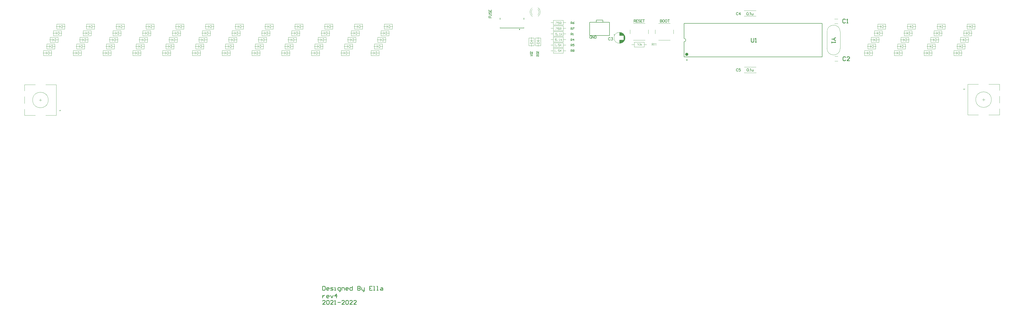
<source format=gbr>
%TF.GenerationSoftware,Altium Limited,Altium Designer,22.1.2 (22)*%
G04 Layer_Color=65535*
%FSLAX26Y26*%
%MOIN*%
%TF.SameCoordinates,6AB8E791-3C66-40CF-9B94-9E67D8B32DB7*%
%TF.FilePolarity,Positive*%
%TF.FileFunction,Legend,Top*%
%TF.Part,Single*%
G01*
G75*
%TA.AperFunction,NonConductor*%
%ADD42C,0.005000*%
%ADD72C,0.004724*%
%ADD73C,0.009842*%
%ADD74C,0.023622*%
%ADD75C,0.007874*%
%ADD76C,0.008000*%
%ADD77C,0.010000*%
%ADD78C,0.005906*%
%ADD79C,0.003937*%
D42*
X9905008Y4105005D02*
Y4134995D01*
X9920003D01*
X9925002Y4129997D01*
Y4120000D01*
X9920003Y4115002D01*
X9905008D01*
X9915005D02*
X9925002Y4105005D01*
X9934998Y4129997D02*
X9939997Y4134995D01*
X9949994D01*
X9954992Y4129997D01*
Y4124998D01*
X9949994Y4120000D01*
X9954992Y4115002D01*
Y4110003D01*
X9949994Y4105005D01*
X9939997D01*
X9934998Y4110003D01*
Y4115002D01*
X9939997Y4120000D01*
X9934998Y4124998D01*
Y4129997D01*
X9939997Y4120000D02*
X9949994D01*
X9905000Y4355000D02*
Y4384990D01*
X9919995D01*
X9924994Y4379992D01*
Y4369995D01*
X9919995Y4364997D01*
X9905000D01*
X9914997D02*
X9924994Y4355000D01*
X9934990D02*
X9944987D01*
X9939989D01*
Y4384990D01*
X9934990Y4379992D01*
X9905000Y4270000D02*
Y4299990D01*
X9919995D01*
X9924994Y4294992D01*
Y4284995D01*
X9919995Y4279997D01*
X9905000D01*
X9914997D02*
X9924994Y4270000D01*
X9949986D02*
Y4299990D01*
X9934990Y4284995D01*
X9954984D01*
X9905000Y4190000D02*
Y4219990D01*
X9919995D01*
X9924994Y4214992D01*
Y4204995D01*
X9919995Y4199997D01*
X9905000D01*
X9914997D02*
X9924994Y4190000D01*
X9954984Y4219990D02*
X9934990D01*
Y4204995D01*
X9944987Y4209993D01*
X9949986D01*
X9954984Y4204995D01*
Y4194998D01*
X9949986Y4190000D01*
X9939989D01*
X9934990Y4194998D01*
X9905000Y4525000D02*
Y4554990D01*
X9919995D01*
X9924993Y4549992D01*
Y4539995D01*
X9919995Y4534997D01*
X9905000D01*
X9914997D02*
X9924993Y4525000D01*
X9954984Y4554990D02*
X9944987Y4549992D01*
X9934990Y4539995D01*
Y4529998D01*
X9939989Y4525000D01*
X9949985D01*
X9954984Y4529998D01*
Y4534997D01*
X9949985Y4539995D01*
X9934990D01*
X9905000Y4440000D02*
Y4469990D01*
X9919995D01*
X9924994Y4464992D01*
Y4454995D01*
X9919995Y4449997D01*
X9905000D01*
X9914997D02*
X9924994Y4440000D01*
X9934990Y4469990D02*
X9954984D01*
Y4464992D01*
X9934990Y4444999D01*
Y4440000D01*
D72*
X2008110Y3374528D02*
G03*
X2008110Y3374528I-118110J0D01*
G01*
X16259520Y3380426D02*
G03*
X16259520Y3380426I-118110J0D01*
G01*
X13775591Y4155079D02*
G03*
X13974409Y4155079I99409J0D01*
G01*
Y4407047D02*
G03*
X13775591Y4407047I-99409J0D01*
G01*
X9413642Y4643583D02*
G03*
X9407465Y4770840I-48642J61417D01*
G01*
X9407520Y4664017D02*
G03*
X9407513Y4745989I-42520J40983D01*
G01*
X9322487D02*
G03*
X9322480Y4664017I42513J-40989D01*
G01*
X9322535Y4770840D02*
G03*
X9316358Y4643583I42465J-65840D01*
G01*
X10723936Y4315000D02*
G03*
X10723936Y4315000I-83465J0D01*
G01*
X7076496Y4485394D02*
X7126890D01*
X7086732Y4524370D02*
X7204450Y4523976D01*
X7086732Y4445630D02*
Y4524370D01*
X7087126Y4445630D02*
X7204056D01*
X7204450D02*
Y4523976D01*
X7131614Y4485000D02*
X7167442Y4464134D01*
X7168622D02*
Y4506654D01*
X7127284Y4464134D02*
Y4506654D01*
X7131220Y4485394D02*
X7168622Y4506654D01*
Y4485394D02*
X7212716D01*
X1649842Y3142244D02*
X1811260Y3142244D01*
X1649843Y3606811D02*
X1811260Y3606811D01*
X1968740D02*
X2130158Y3606811D01*
X1968740Y3142244D02*
X2130157D01*
X2130158Y3606811D01*
X2185276Y3224921D02*
X2197087Y3213110D01*
X2173465D02*
X2197087D01*
X2173465D02*
X2185276Y3224921D01*
X1649842Y3142244D02*
X1649843Y3236732D01*
X1649842Y3323346D02*
X1649843Y3425709D01*
X1649842Y3512323D02*
X1649843Y3606811D01*
X1890000Y3394213D02*
X1890000Y3354843D01*
X1870315Y3374528D02*
X1909685D01*
X16381569Y3148142D02*
Y3242630D01*
X16220150Y3148142D02*
X16381569D01*
X16121725Y3380426D02*
X16161097D01*
X16381569Y3329244D02*
Y3431606D01*
X16141411Y3360740D02*
Y3400110D01*
X15901252Y3148142D02*
X16062670D01*
X16381569Y3518220D02*
Y3612710D01*
X16220150D02*
X16381569D01*
X15901252Y3148142D02*
Y3612710D01*
X15834324Y3541842D02*
X15846134Y3530032D01*
X15901252Y3612710D02*
X16062670D01*
X15846134Y3530032D02*
X15857946Y3541842D01*
X15834324D02*
X15857946D01*
X13775590Y4155078D02*
Y4407048D01*
X13974410Y4155078D02*
Y4407048D01*
X15891732Y4524370D02*
X16009447Y4523976D01*
X15973622Y4485394D02*
X16017715D01*
X15936220D02*
X15973622Y4506654D01*
X15932284Y4464134D02*
Y4506654D01*
X15973622Y4464134D02*
Y4506654D01*
X15936614Y4485000D02*
X15972440Y4464134D01*
X16009447Y4445630D02*
Y4523976D01*
X15892126Y4445630D02*
X16009056D01*
X15881496Y4485394D02*
X15931890D01*
X15891732Y4445630D02*
Y4524370D01*
X15291732Y4224370D02*
X15409448Y4223976D01*
X15373622Y4185394D02*
X15417716D01*
X15336220D02*
X15373622Y4206654D01*
X15332284Y4164134D02*
Y4206654D01*
X15373622Y4164134D02*
Y4206654D01*
X15336614Y4185000D02*
X15372442Y4164134D01*
X15409448Y4145630D02*
Y4223976D01*
X15292126Y4145630D02*
X15409056D01*
X15281496Y4185394D02*
X15331890D01*
X15291732Y4145630D02*
Y4224370D01*
X15241732Y4124370D02*
X15359448Y4123976D01*
X15323622Y4085394D02*
X15367716D01*
X15286220D02*
X15323622Y4106654D01*
X15282284Y4064134D02*
Y4106654D01*
X15323622Y4064134D02*
Y4106654D01*
X15286614Y4085000D02*
X15322442Y4064134D01*
X15359448Y4045630D02*
Y4123976D01*
X15242126Y4045630D02*
X15359056D01*
X15231496Y4085394D02*
X15281890D01*
X15241732Y4045630D02*
Y4124370D01*
X14991732Y4524370D02*
X15109448Y4523976D01*
X15073622Y4485394D02*
X15117716D01*
X15036220D02*
X15073622Y4506654D01*
X15032284Y4464134D02*
Y4506654D01*
X15073622Y4464134D02*
Y4506654D01*
X15036614Y4485000D02*
X15072442Y4464134D01*
X15109448Y4445630D02*
Y4523976D01*
X14992126Y4445630D02*
X15109056D01*
X14981496Y4485394D02*
X15031890D01*
X14991732Y4445630D02*
Y4524370D01*
X14941732Y4424370D02*
X15059448Y4423976D01*
X15023622Y4385394D02*
X15067716D01*
X14986220D02*
X15023622Y4406654D01*
X14982284Y4364134D02*
Y4406654D01*
X15023622Y4364134D02*
Y4406654D01*
X14986614Y4385000D02*
X15022442Y4364134D01*
X15059448Y4345630D02*
Y4423976D01*
X14942126Y4345630D02*
X15059056D01*
X14931496Y4385394D02*
X14981890D01*
X14941732Y4345630D02*
Y4424370D01*
X14891732Y4324370D02*
X15009448Y4323976D01*
X14973622Y4285394D02*
X15017716D01*
X14936220D02*
X14973622Y4306654D01*
X14932284Y4264134D02*
Y4306654D01*
X14973622Y4264134D02*
Y4306654D01*
X14936614Y4285000D02*
X14972440Y4264134D01*
X15009448Y4245630D02*
Y4323976D01*
X14892126Y4245630D02*
X15009056D01*
X14881496Y4285394D02*
X14931890D01*
X14891732Y4245630D02*
Y4324370D01*
X7118622Y4385394D02*
X7162716D01*
X7081220D02*
X7118622Y4406654D01*
X7077284Y4364134D02*
Y4406654D01*
X7118622Y4364134D02*
Y4406654D01*
X7081614Y4385000D02*
X7117442Y4364134D01*
X7154450Y4345630D02*
Y4423976D01*
X7037126Y4345630D02*
X7154056D01*
X7036732D02*
Y4424370D01*
X7154450Y4423976D01*
X7026496Y4385394D02*
X7076890D01*
X6718622Y4485394D02*
X6762716D01*
X6681220D02*
X6718622Y4506654D01*
X6677284Y4464134D02*
Y4506654D01*
X6718622Y4464134D02*
Y4506654D01*
X6681614Y4485000D02*
X6717442Y4464134D01*
X6754450Y4445630D02*
Y4523976D01*
X6637126Y4445630D02*
X6754056D01*
X6636732D02*
Y4524370D01*
X6754450Y4523976D01*
X6626496Y4485394D02*
X6676890D01*
X4268622Y4085394D02*
X4312716D01*
X4231220D02*
X4268622Y4106654D01*
X4227284Y4064134D02*
Y4106654D01*
X4268622Y4064134D02*
Y4106654D01*
X4231614Y4085000D02*
X4267442Y4064134D01*
X4304450Y4045630D02*
Y4123976D01*
X4187126Y4045630D02*
X4304056D01*
X4186732D02*
Y4124370D01*
X4304450Y4123976D01*
X4176496Y4085394D02*
X4226890D01*
X2568622Y4285394D02*
X2612716D01*
X2531220D02*
X2568622Y4306654D01*
X2527284Y4264134D02*
Y4306654D01*
X2568622Y4264134D02*
Y4306654D01*
X2531614Y4285000D02*
X2567442Y4264134D01*
X2604448Y4245630D02*
Y4323976D01*
X2487126Y4245630D02*
X2604056D01*
X2486732D02*
Y4324370D01*
X2604448Y4323976D01*
X2476496Y4285394D02*
X2526890D01*
X2518622Y4185394D02*
X2562716D01*
X2481220D02*
X2518622Y4206654D01*
X2477284Y4164134D02*
Y4206654D01*
X2518622Y4164134D02*
Y4206654D01*
X2481614Y4185000D02*
X2517442Y4164134D01*
X2554450Y4145630D02*
Y4223976D01*
X2437126Y4145630D02*
X2554056D01*
X2436732D02*
Y4224370D01*
X2554450Y4223976D01*
X2426496Y4185394D02*
X2476890D01*
X2468622Y4085394D02*
X2512716D01*
X2431220D02*
X2468622Y4106654D01*
X2427284Y4064134D02*
Y4106654D01*
X2468622Y4064134D02*
Y4106654D01*
X2431614Y4085000D02*
X2467442Y4064134D01*
X2504450Y4045630D02*
Y4123976D01*
X2387126Y4045630D02*
X2504056D01*
X2386732D02*
Y4124370D01*
X2504450Y4123976D01*
X2376496Y4085394D02*
X2426890D01*
X2218622Y4485394D02*
X2262716D01*
X2181220D02*
X2218622Y4506654D01*
X2177284Y4464134D02*
Y4506654D01*
X2218622Y4464134D02*
Y4506654D01*
X2181614Y4485000D02*
X2217442Y4464134D01*
X2254450Y4445630D02*
Y4523976D01*
X2137126Y4445630D02*
X2254056D01*
X2136732D02*
Y4524370D01*
X2254450Y4523976D01*
X2126496Y4485394D02*
X2176890D01*
X15423622Y4285394D02*
X15467716D01*
X15386220D02*
X15423622Y4306654D01*
X15382284Y4264134D02*
Y4306654D01*
X15423622Y4264134D02*
Y4306654D01*
X15386614Y4285000D02*
X15422440Y4264134D01*
X15459448Y4245630D02*
Y4323976D01*
X15342126Y4245630D02*
X15459056D01*
X15341732D02*
Y4324370D01*
X15459448Y4323976D01*
X15331496Y4285394D02*
X15381890D01*
X14923622Y4185394D02*
X14967716D01*
X14886220D02*
X14923622Y4206654D01*
X14882284Y4164134D02*
Y4206654D01*
X14923622Y4164134D02*
Y4206654D01*
X14886614Y4185000D02*
X14922440Y4164134D01*
X14959448Y4145630D02*
Y4223976D01*
X14842126Y4145630D02*
X14959056D01*
X14841732D02*
Y4224370D01*
X14959448Y4223976D01*
X14831496Y4185394D02*
X14881890D01*
X6518622Y4085394D02*
X6562716D01*
X6481220D02*
X6518622Y4106654D01*
X6477284Y4064134D02*
Y4106654D01*
X6518622Y4064134D02*
Y4106654D01*
X6481614Y4085000D02*
X6517442Y4064134D01*
X6554450Y4045630D02*
Y4123976D01*
X6437126Y4045630D02*
X6554056D01*
X6436732D02*
Y4124370D01*
X6554450Y4123976D01*
X6426496Y4085394D02*
X6476890D01*
X6118622Y4185394D02*
X6162716D01*
X6081220D02*
X6118622Y4206654D01*
X6077284Y4164134D02*
Y4206654D01*
X6118622Y4164134D02*
Y4206654D01*
X6081614Y4185000D02*
X6117442Y4164134D01*
X6154450Y4145630D02*
Y4223976D01*
X6037126Y4145630D02*
X6154056D01*
X6036732D02*
Y4224370D01*
X6154450Y4223976D01*
X6026496Y4185394D02*
X6076890D01*
X5718622Y4285394D02*
X5762716D01*
X5681220D02*
X5718622Y4306654D01*
X5677284Y4264134D02*
Y4306654D01*
X5718622Y4264134D02*
Y4306654D01*
X5681614Y4285000D02*
X5717442Y4264134D01*
X5754450Y4245630D02*
Y4323976D01*
X5637126Y4245630D02*
X5754056D01*
X5636732D02*
Y4324370D01*
X5754450Y4323976D01*
X5626496Y4285394D02*
X5676890D01*
X5318622Y4385394D02*
X5362716D01*
X5281220D02*
X5318622Y4406654D01*
X5277284Y4364134D02*
Y4406654D01*
X5318622Y4364134D02*
Y4406654D01*
X5281614Y4385000D02*
X5317442Y4364134D01*
X5354450Y4345630D02*
Y4423976D01*
X5237126Y4345630D02*
X5354056D01*
X5236732D02*
Y4424370D01*
X5354450Y4423976D01*
X5226496Y4385394D02*
X5276890D01*
X4918622Y4485394D02*
X4962716D01*
X4881220D02*
X4918622Y4506654D01*
X4877284Y4464134D02*
Y4506654D01*
X4918622Y4464134D02*
Y4506654D01*
X4881614Y4485000D02*
X4917442Y4464134D01*
X4954450Y4445630D02*
Y4523976D01*
X4837126Y4445630D02*
X4954056D01*
X4836732D02*
Y4524370D01*
X4954450Y4523976D01*
X4826496Y4485394D02*
X4876890D01*
X4718622Y4085394D02*
X4762716D01*
X4681220D02*
X4718622Y4106654D01*
X4677284Y4064134D02*
Y4106654D01*
X4718622Y4064134D02*
Y4106654D01*
X4681614Y4085000D02*
X4717442Y4064134D01*
X4754450Y4045630D02*
Y4123976D01*
X4637126Y4045630D02*
X4754056D01*
X4636732D02*
Y4124370D01*
X4754450Y4123976D01*
X4626496Y4085394D02*
X4676890D01*
X4318622Y4185394D02*
X4362716D01*
X4281220D02*
X4318622Y4206654D01*
X4277284Y4164134D02*
Y4206654D01*
X4318622Y4164134D02*
Y4206654D01*
X4281614Y4185000D02*
X4317442Y4164134D01*
X4354450Y4145630D02*
Y4223976D01*
X4237126Y4145630D02*
X4354056D01*
X4236732D02*
Y4224370D01*
X4354450Y4223976D01*
X4226496Y4185394D02*
X4276890D01*
X3868622D02*
X3912716D01*
X3831220D02*
X3868622Y4206654D01*
X3827284Y4164134D02*
Y4206654D01*
X3868622Y4164134D02*
Y4206654D01*
X3831614Y4185000D02*
X3867442Y4164134D01*
X3904450Y4145630D02*
Y4223976D01*
X3787126Y4145630D02*
X3904056D01*
X3786732D02*
Y4224370D01*
X3904450Y4223976D01*
X3776496Y4185394D02*
X3826890D01*
X3468622Y4285394D02*
X3512716D01*
X3431220D02*
X3468622Y4306654D01*
X3427284Y4264134D02*
Y4306654D01*
X3468622Y4264134D02*
Y4306654D01*
X3431614Y4285000D02*
X3467442Y4264134D01*
X3504450Y4245630D02*
Y4323976D01*
X3387126Y4245630D02*
X3504056D01*
X3386732D02*
Y4324370D01*
X3504450Y4323976D01*
X3376496Y4285394D02*
X3426890D01*
X3068622Y4385394D02*
X3112716D01*
X3031220D02*
X3068622Y4406654D01*
X3027284Y4364134D02*
Y4406654D01*
X3068622Y4364134D02*
Y4406654D01*
X3031614Y4385000D02*
X3067442Y4364134D01*
X3104448Y4345630D02*
Y4423976D01*
X2987126Y4345630D02*
X3104056D01*
X2986732D02*
Y4424370D01*
X3104448Y4423976D01*
X2976496Y4385394D02*
X3026890D01*
X2668622Y4485394D02*
X2712716D01*
X2631220D02*
X2668622Y4506654D01*
X2627284Y4464134D02*
Y4506654D01*
X2668622Y4464134D02*
Y4506654D01*
X2631614Y4485000D02*
X2667442Y4464134D01*
X2704450Y4445630D02*
Y4523976D01*
X2587126Y4445630D02*
X2704056D01*
X2586732D02*
Y4524370D01*
X2704450Y4523976D01*
X2576496Y4485394D02*
X2626890D01*
X2618622Y4385394D02*
X2662716D01*
X2581220D02*
X2618622Y4406654D01*
X2577284Y4364134D02*
Y4406654D01*
X2618622Y4364134D02*
Y4406654D01*
X2581614Y4385000D02*
X2617442Y4364134D01*
X2654448Y4345630D02*
Y4423976D01*
X2537126Y4345630D02*
X2654056D01*
X2536732D02*
Y4424370D01*
X2654448Y4423976D01*
X2526496Y4385394D02*
X2576890D01*
X2168622D02*
X2212716D01*
X2131220D02*
X2168622Y4406654D01*
X2127284Y4364134D02*
Y4406654D01*
X2168622Y4364134D02*
Y4406654D01*
X2131614Y4385000D02*
X2167442Y4364134D01*
X2204450Y4345630D02*
Y4423976D01*
X2087126Y4345630D02*
X2204056D01*
X2086732D02*
Y4424370D01*
X2204450Y4423976D01*
X2076496Y4385394D02*
X2126890D01*
X14791732Y4124370D02*
X14909448Y4123976D01*
X14873622Y4085394D02*
X14917716D01*
X14836220D02*
X14873622Y4106654D01*
X14832284Y4064134D02*
Y4106654D01*
X14873622Y4064134D02*
Y4106654D01*
X14836614Y4085000D02*
X14872442Y4064134D01*
X14909448Y4045630D02*
Y4123976D01*
X14792126Y4045630D02*
X14909056D01*
X14781496Y4085394D02*
X14831890D01*
X14791732Y4045630D02*
Y4124370D01*
X6968622Y4085394D02*
X7012716D01*
X6931220D02*
X6968622Y4106654D01*
X6927284Y4064134D02*
Y4106654D01*
X6968622Y4064134D02*
Y4106654D01*
X6931614Y4085000D02*
X6967442Y4064134D01*
X7004448Y4045630D02*
Y4123976D01*
X6887126Y4045630D02*
X7004056D01*
X6886732D02*
Y4124370D01*
X7004448Y4123976D01*
X6876496Y4085394D02*
X6926890D01*
X6568622Y4185394D02*
X6612716D01*
X6531220D02*
X6568622Y4206654D01*
X6527284Y4164134D02*
Y4206654D01*
X6568622Y4164134D02*
Y4206654D01*
X6531614Y4185000D02*
X6567442Y4164134D01*
X6604450Y4145630D02*
Y4223976D01*
X6487126Y4145630D02*
X6604056D01*
X6486732D02*
Y4224370D01*
X6604450Y4223976D01*
X6476496Y4185394D02*
X6526890D01*
X6168622Y4285394D02*
X6212716D01*
X6131220D02*
X6168622Y4306654D01*
X6127284Y4264134D02*
Y4306654D01*
X6168622Y4264134D02*
Y4306654D01*
X6131614Y4285000D02*
X6167442Y4264134D01*
X6204450Y4245630D02*
Y4323976D01*
X6087126Y4245630D02*
X6204056D01*
X6086732D02*
Y4324370D01*
X6204450Y4323976D01*
X6076496Y4285394D02*
X6126890D01*
X5768622Y4385394D02*
X5812716D01*
X5731220D02*
X5768622Y4406654D01*
X5727284Y4364134D02*
Y4406654D01*
X5768622Y4364134D02*
Y4406654D01*
X5731614Y4385000D02*
X5767442Y4364134D01*
X5804448Y4345630D02*
Y4423976D01*
X5687126Y4345630D02*
X5804056D01*
X5686732D02*
Y4424370D01*
X5804448Y4423976D01*
X5676496Y4385394D02*
X5726890D01*
X5368622Y4485394D02*
X5412716D01*
X5331220D02*
X5368622Y4506654D01*
X5327284Y4464134D02*
Y4506654D01*
X5368622Y4464134D02*
Y4506654D01*
X5331614Y4485000D02*
X5367442Y4464134D01*
X5404450Y4445630D02*
Y4523976D01*
X5287126Y4445630D02*
X5404056D01*
X5286732D02*
Y4524370D01*
X5404450Y4523976D01*
X5276496Y4485394D02*
X5326890D01*
X5168622Y4085394D02*
X5212716D01*
X5131220D02*
X5168622Y4106654D01*
X5127284Y4064134D02*
Y4106654D01*
X5168622Y4064134D02*
Y4106654D01*
X5131614Y4085000D02*
X5167442Y4064134D01*
X5204450Y4045630D02*
Y4123976D01*
X5087126Y4045630D02*
X5204056D01*
X5086732D02*
Y4124370D01*
X5204450Y4123976D01*
X5076496Y4085394D02*
X5126890D01*
X4768622Y4185394D02*
X4812716D01*
X4731220D02*
X4768622Y4206654D01*
X4727284Y4164134D02*
Y4206654D01*
X4768622Y4164134D02*
Y4206654D01*
X4731614Y4185000D02*
X4767442Y4164134D01*
X4804450Y4145630D02*
Y4223976D01*
X4687126Y4145630D02*
X4804056D01*
X4686732D02*
Y4224370D01*
X4804450Y4223976D01*
X4676496Y4185394D02*
X4726890D01*
X4368622Y4285394D02*
X4412716D01*
X4331220D02*
X4368622Y4306654D01*
X4327284Y4264134D02*
Y4306654D01*
X4368622Y4264134D02*
Y4306654D01*
X4331614Y4285000D02*
X4367442Y4264134D01*
X4404450Y4245630D02*
Y4323976D01*
X4287126Y4245630D02*
X4404056D01*
X4286732D02*
Y4324370D01*
X4404450Y4323976D01*
X4276496Y4285394D02*
X4326890D01*
X3918622D02*
X3962716D01*
X3881220D02*
X3918622Y4306654D01*
X3877284Y4264134D02*
Y4306654D01*
X3918622Y4264134D02*
Y4306654D01*
X3881614Y4285000D02*
X3917442Y4264134D01*
X3954450Y4245630D02*
Y4323976D01*
X3837126Y4245630D02*
X3954056D01*
X3836732D02*
Y4324370D01*
X3954450Y4323976D01*
X3826496Y4285394D02*
X3876890D01*
X3518622Y4385394D02*
X3562716D01*
X3481220D02*
X3518622Y4406654D01*
X3477284Y4364134D02*
Y4406654D01*
X3518622Y4364134D02*
Y4406654D01*
X3481614Y4385000D02*
X3517442Y4364134D01*
X3554450Y4345630D02*
Y4423976D01*
X3437126Y4345630D02*
X3554056D01*
X3436732D02*
Y4424370D01*
X3554450Y4423976D01*
X3426496Y4385394D02*
X3476890D01*
X3118622Y4485394D02*
X3162716D01*
X3081220D02*
X3118622Y4506654D01*
X3077284Y4464134D02*
Y4506654D01*
X3118622Y4464134D02*
Y4506654D01*
X3081614Y4485000D02*
X3117442Y4464134D01*
X3154450Y4445630D02*
Y4523976D01*
X3037126Y4445630D02*
X3154056D01*
X3036732D02*
Y4524370D01*
X3154450Y4523976D01*
X3026496Y4485394D02*
X3076890D01*
X2918622Y4085394D02*
X2962716D01*
X2881220D02*
X2918622Y4106654D01*
X2877284Y4064134D02*
Y4106654D01*
X2918622Y4064134D02*
Y4106654D01*
X2881614Y4085000D02*
X2917442Y4064134D01*
X2954450Y4045630D02*
Y4123976D01*
X2837126Y4045630D02*
X2954056D01*
X2836732D02*
Y4124370D01*
X2954450Y4123976D01*
X2826496Y4085394D02*
X2876890D01*
X2118622Y4285394D02*
X2162716D01*
X2081220D02*
X2118622Y4306654D01*
X2077284Y4264134D02*
Y4306654D01*
X2118622Y4264134D02*
Y4306654D01*
X2081614Y4285000D02*
X2117442Y4264134D01*
X2154450Y4245630D02*
Y4323976D01*
X2037126Y4245630D02*
X2154056D01*
X2036732D02*
Y4324370D01*
X2154450Y4323976D01*
X2026496Y4285394D02*
X2076890D01*
X15691732Y4124370D02*
X15809448Y4123976D01*
X15773622Y4085394D02*
X15817716D01*
X15736220D02*
X15773622Y4106654D01*
X15732284Y4064134D02*
Y4106654D01*
X15773622Y4064134D02*
Y4106654D01*
X15736614Y4085000D02*
X15772442Y4064134D01*
X15809448Y4045630D02*
Y4123976D01*
X15692126Y4045630D02*
X15809056D01*
X15681496Y4085394D02*
X15731890D01*
X15691732Y4045630D02*
Y4124370D01*
X15523622Y4485394D02*
X15567716D01*
X15486220D02*
X15523622Y4506654D01*
X15482284Y4464134D02*
Y4506654D01*
X15523622Y4464134D02*
Y4506654D01*
X15486614Y4485000D02*
X15522442Y4464134D01*
X15559448Y4445630D02*
Y4523976D01*
X15442126Y4445630D02*
X15559056D01*
X15441732D02*
Y4524370D01*
X15559448Y4523976D01*
X15431496Y4485394D02*
X15481890D01*
X15473622Y4385394D02*
X15517716D01*
X15436220D02*
X15473622Y4406654D01*
X15432284Y4364134D02*
Y4406654D01*
X15473622Y4364134D02*
Y4406654D01*
X15436614Y4385000D02*
X15472440Y4364134D01*
X15509448Y4345630D02*
Y4423976D01*
X15392126Y4345630D02*
X15509056D01*
X15391732D02*
Y4424370D01*
X15509448Y4423976D01*
X15381496Y4385394D02*
X15431890D01*
X14623622Y4485394D02*
X14667716D01*
X14586220D02*
X14623622Y4506654D01*
X14582284Y4464134D02*
Y4506654D01*
X14623622Y4464134D02*
Y4506654D01*
X14586614Y4485000D02*
X14622440Y4464134D01*
X14659448Y4445630D02*
Y4523976D01*
X14542126Y4445630D02*
X14659056D01*
X14541732D02*
Y4524370D01*
X14659448Y4523976D01*
X14531496Y4485394D02*
X14581890D01*
X14573622Y4385394D02*
X14617716D01*
X14536220D02*
X14573622Y4406654D01*
X14532284Y4364134D02*
Y4406654D01*
X14573622Y4364134D02*
Y4406654D01*
X14536614Y4385000D02*
X14572440Y4364134D01*
X14609448Y4345630D02*
Y4423976D01*
X14492126Y4345630D02*
X14609056D01*
X14491732D02*
Y4424370D01*
X14609448Y4423976D01*
X14481496Y4385394D02*
X14531890D01*
X7018622Y4185394D02*
X7062716D01*
X6981220D02*
X7018622Y4206654D01*
X6977284Y4164134D02*
Y4206654D01*
X7018622Y4164134D02*
Y4206654D01*
X6981614Y4185000D02*
X7017442Y4164134D01*
X7054450Y4145630D02*
Y4223976D01*
X6937126Y4145630D02*
X7054056D01*
X6936732D02*
Y4224370D01*
X7054450Y4223976D01*
X6926496Y4185394D02*
X6976890D01*
X6618622Y4285394D02*
X6662716D01*
X6581220D02*
X6618622Y4306654D01*
X6577284Y4264134D02*
Y4306654D01*
X6618622Y4264134D02*
Y4306654D01*
X6581614Y4285000D02*
X6617442Y4264134D01*
X6654450Y4245630D02*
Y4323976D01*
X6537126Y4245630D02*
X6654056D01*
X6536732D02*
Y4324370D01*
X6654450Y4323976D01*
X6526496Y4285394D02*
X6576890D01*
X6218622Y4385394D02*
X6262716D01*
X6181220D02*
X6218622Y4406654D01*
X6177284Y4364134D02*
Y4406654D01*
X6218622Y4364134D02*
Y4406654D01*
X6181614Y4385000D02*
X6217442Y4364134D01*
X6254450Y4345630D02*
Y4423976D01*
X6137126Y4345630D02*
X6254056D01*
X6136732D02*
Y4424370D01*
X6254450Y4423976D01*
X6126496Y4385394D02*
X6176890D01*
X5818622Y4485394D02*
X5862716D01*
X5781220D02*
X5818622Y4506654D01*
X5777284Y4464134D02*
Y4506654D01*
X5818622Y4464134D02*
Y4506654D01*
X5781614Y4485000D02*
X5817442Y4464134D01*
X5854450Y4445630D02*
Y4523976D01*
X5737126Y4445630D02*
X5854056D01*
X5736732D02*
Y4524370D01*
X5854450Y4523976D01*
X5726496Y4485394D02*
X5776890D01*
X5618622Y4085394D02*
X5662716D01*
X5581220D02*
X5618622Y4106654D01*
X5577284Y4064134D02*
Y4106654D01*
X5618622Y4064134D02*
Y4106654D01*
X5581614Y4085000D02*
X5617442Y4064134D01*
X5654450Y4045630D02*
Y4123976D01*
X5537126Y4045630D02*
X5654056D01*
X5536732D02*
Y4124370D01*
X5654450Y4123976D01*
X5526496Y4085394D02*
X5576890D01*
X5218622Y4185394D02*
X5262716D01*
X5181220D02*
X5218622Y4206654D01*
X5177284Y4164134D02*
Y4206654D01*
X5218622Y4164134D02*
Y4206654D01*
X5181614Y4185000D02*
X5217442Y4164134D01*
X5254450Y4145630D02*
Y4223976D01*
X5137126Y4145630D02*
X5254056D01*
X5136732D02*
Y4224370D01*
X5254450Y4223976D01*
X5126496Y4185394D02*
X5176890D01*
X4818622Y4285394D02*
X4862716D01*
X4781220D02*
X4818622Y4306654D01*
X4777284Y4264134D02*
Y4306654D01*
X4818622Y4264134D02*
Y4306654D01*
X4781614Y4285000D02*
X4817442Y4264134D01*
X4854450Y4245630D02*
Y4323976D01*
X4737126Y4245630D02*
X4854056D01*
X4736732D02*
Y4324370D01*
X4854450Y4323976D01*
X4726496Y4285394D02*
X4776890D01*
X4418622Y4385394D02*
X4462716D01*
X4381220D02*
X4418622Y4406654D01*
X4377284Y4364134D02*
Y4406654D01*
X4418622Y4364134D02*
Y4406654D01*
X4381614Y4385000D02*
X4417442Y4364134D01*
X4454450Y4345630D02*
Y4423976D01*
X4337126Y4345630D02*
X4454056D01*
X4336732D02*
Y4424370D01*
X4454450Y4423976D01*
X4326496Y4385394D02*
X4376890D01*
X3968622D02*
X4012716D01*
X3931220D02*
X3968622Y4406654D01*
X3927284Y4364134D02*
Y4406654D01*
X3968622Y4364134D02*
Y4406654D01*
X3931614Y4385000D02*
X3967442Y4364134D01*
X4004450Y4345630D02*
Y4423976D01*
X3887126Y4345630D02*
X4004056D01*
X3886732D02*
Y4424370D01*
X4004450Y4423976D01*
X3876496Y4385394D02*
X3926890D01*
X3568622Y4485394D02*
X3612716D01*
X3531220D02*
X3568622Y4506654D01*
X3527284Y4464134D02*
Y4506654D01*
X3568622Y4464134D02*
Y4506654D01*
X3531614Y4485000D02*
X3567442Y4464134D01*
X3604450Y4445630D02*
Y4523976D01*
X3487126Y4445630D02*
X3604056D01*
X3486732D02*
Y4524370D01*
X3604450Y4523976D01*
X3476496Y4485394D02*
X3526890D01*
X3368622Y4085394D02*
X3412716D01*
X3331220D02*
X3368622Y4106654D01*
X3327284Y4064134D02*
Y4106654D01*
X3368622Y4064134D02*
Y4106654D01*
X3331614Y4085000D02*
X3367442Y4064134D01*
X3404450Y4045630D02*
Y4123976D01*
X3287126Y4045630D02*
X3404056D01*
X3286732D02*
Y4124370D01*
X3404450Y4123976D01*
X3276496Y4085394D02*
X3326890D01*
X2968622Y4185394D02*
X3012716D01*
X2931220D02*
X2968622Y4206654D01*
X2927284Y4164134D02*
Y4206654D01*
X2968622Y4164134D02*
Y4206654D01*
X2931614Y4185000D02*
X2967442Y4164134D01*
X3004450Y4145630D02*
Y4223976D01*
X2887126Y4145630D02*
X3004056D01*
X2886732D02*
Y4224370D01*
X3004450Y4223976D01*
X2876496Y4185394D02*
X2926890D01*
X2068622D02*
X2112716D01*
X2031220D02*
X2068622Y4206654D01*
X2027284Y4164134D02*
Y4206654D01*
X2068622Y4164134D02*
Y4206654D01*
X2031614Y4185000D02*
X2067442Y4164134D01*
X2104450Y4145630D02*
Y4223976D01*
X1987126Y4145630D02*
X2104056D01*
X1986732D02*
Y4224370D01*
X2104450Y4223976D01*
X1976496Y4185394D02*
X2026890D01*
X15923622Y4385394D02*
X15967716D01*
X15886220D02*
X15923622Y4406654D01*
X15882284Y4364134D02*
Y4406654D01*
X15923622Y4364134D02*
Y4406654D01*
X15886614Y4385000D02*
X15922440Y4364134D01*
X15959448Y4345630D02*
Y4423976D01*
X15842126Y4345630D02*
X15959056D01*
X15841732D02*
Y4424370D01*
X15959448Y4423976D01*
X15831496Y4385394D02*
X15881890D01*
X15873622Y4285394D02*
X15917716D01*
X15836220D02*
X15873622Y4306654D01*
X15832284Y4264134D02*
Y4306654D01*
X15873622Y4264134D02*
Y4306654D01*
X15836614Y4285000D02*
X15872440Y4264134D01*
X15909448Y4245630D02*
Y4323976D01*
X15792126Y4245630D02*
X15909056D01*
X15791732D02*
Y4324370D01*
X15909448Y4323976D01*
X15781496Y4285394D02*
X15831890D01*
X15823622Y4185394D02*
X15867716D01*
X15786220D02*
X15823622Y4206654D01*
X15782284Y4164134D02*
Y4206654D01*
X15823622Y4164134D02*
Y4206654D01*
X15786614Y4185000D02*
X15822440Y4164134D01*
X15859448Y4145630D02*
Y4223976D01*
X15742126Y4145630D02*
X15859056D01*
X15741732D02*
Y4224370D01*
X15859448Y4223976D01*
X15731496Y4185394D02*
X15781890D01*
X14473622D02*
X14517716D01*
X14436220D02*
X14473622Y4206654D01*
X14432284Y4164134D02*
Y4206654D01*
X14473622Y4164134D02*
Y4206654D01*
X14436614Y4185000D02*
X14472440Y4164134D01*
X14509448Y4145630D02*
Y4223976D01*
X14392126Y4145630D02*
X14509056D01*
X14391732D02*
Y4224370D01*
X14509448Y4223976D01*
X14381496Y4185394D02*
X14431890D01*
X14423622Y4085394D02*
X14467716D01*
X14386220D02*
X14423622Y4106654D01*
X14382284Y4064134D02*
Y4106654D01*
X14423622Y4064134D02*
Y4106654D01*
X14386614Y4085000D02*
X14422440Y4064134D01*
X14459448Y4045630D02*
Y4123976D01*
X14342126Y4045630D02*
X14459056D01*
X14341732D02*
Y4124370D01*
X14459448Y4123976D01*
X14331496Y4085394D02*
X14381890D01*
X14523622Y4285394D02*
X14567716D01*
X14486220D02*
X14523622Y4306654D01*
X14482284Y4264134D02*
Y4306654D01*
X14523622Y4264134D02*
Y4306654D01*
X14486614Y4285000D02*
X14522440Y4264134D01*
X14559448Y4245630D02*
Y4323976D01*
X14442126Y4245630D02*
X14559056D01*
X14441732D02*
Y4324370D01*
X14559448Y4323976D01*
X14431496Y4285394D02*
X14481890D01*
X7068622D02*
X7112716D01*
X7031220D02*
X7068622Y4306654D01*
X7027284Y4264134D02*
Y4306654D01*
X7068622Y4264134D02*
Y4306654D01*
X7031614Y4285000D02*
X7067442Y4264134D01*
X7104450Y4245630D02*
Y4323976D01*
X6987126Y4245630D02*
X7104056D01*
X6986732D02*
Y4324370D01*
X7104450Y4323976D01*
X6976496Y4285394D02*
X7026890D01*
X6668622Y4385394D02*
X6712716D01*
X6631220D02*
X6668622Y4406654D01*
X6627284Y4364134D02*
Y4406654D01*
X6668622Y4364134D02*
Y4406654D01*
X6631614Y4385000D02*
X6667442Y4364134D01*
X6704450Y4345630D02*
Y4423976D01*
X6587126Y4345630D02*
X6704056D01*
X6586732D02*
Y4424370D01*
X6704450Y4423976D01*
X6576496Y4385394D02*
X6626890D01*
X6268622Y4485394D02*
X6312716D01*
X6231220D02*
X6268622Y4506654D01*
X6227284Y4464134D02*
Y4506654D01*
X6268622Y4464134D02*
Y4506654D01*
X6231614Y4485000D02*
X6267442Y4464134D01*
X6304450Y4445630D02*
Y4523976D01*
X6187126Y4445630D02*
X6304056D01*
X6186732D02*
Y4524370D01*
X6304450Y4523976D01*
X6176496Y4485394D02*
X6226890D01*
X6068622Y4085394D02*
X6112716D01*
X6031220D02*
X6068622Y4106654D01*
X6027284Y4064134D02*
Y4106654D01*
X6068622Y4064134D02*
Y4106654D01*
X6031614Y4085000D02*
X6067442Y4064134D01*
X6104450Y4045630D02*
Y4123976D01*
X5987126Y4045630D02*
X6104056D01*
X5986732D02*
Y4124370D01*
X6104450Y4123976D01*
X5976496Y4085394D02*
X6026890D01*
X5668622Y4185394D02*
X5712716D01*
X5631220D02*
X5668622Y4206654D01*
X5627284Y4164134D02*
Y4206654D01*
X5668622Y4164134D02*
Y4206654D01*
X5631614Y4185000D02*
X5667442Y4164134D01*
X5704450Y4145630D02*
Y4223976D01*
X5587126Y4145630D02*
X5704056D01*
X5586732D02*
Y4224370D01*
X5704450Y4223976D01*
X5576496Y4185394D02*
X5626890D01*
X5268622Y4285394D02*
X5312716D01*
X5231220D02*
X5268622Y4306654D01*
X5227284Y4264134D02*
Y4306654D01*
X5268622Y4264134D02*
Y4306654D01*
X5231614Y4285000D02*
X5267442Y4264134D01*
X5304450Y4245630D02*
Y4323976D01*
X5187126Y4245630D02*
X5304056D01*
X5186732D02*
Y4324370D01*
X5304450Y4323976D01*
X5176496Y4285394D02*
X5226890D01*
X4868622Y4385394D02*
X4912716D01*
X4831220D02*
X4868622Y4406654D01*
X4827284Y4364134D02*
Y4406654D01*
X4868622Y4364134D02*
Y4406654D01*
X4831614Y4385000D02*
X4867442Y4364134D01*
X4904450Y4345630D02*
Y4423976D01*
X4787126Y4345630D02*
X4904056D01*
X4786732D02*
Y4424370D01*
X4904450Y4423976D01*
X4776496Y4385394D02*
X4826890D01*
X4468622Y4485394D02*
X4512716D01*
X4431220D02*
X4468622Y4506654D01*
X4427284Y4464134D02*
Y4506654D01*
X4468622Y4464134D02*
Y4506654D01*
X4431614Y4485000D02*
X4467442Y4464134D01*
X4504450Y4445630D02*
Y4523976D01*
X4387126Y4445630D02*
X4504056D01*
X4386732D02*
Y4524370D01*
X4504450Y4523976D01*
X4376496Y4485394D02*
X4426890D01*
X3936732Y4524370D02*
X4054450Y4523976D01*
X4018622Y4485394D02*
X4062716D01*
X3981220D02*
X4018622Y4506654D01*
X3977284Y4464134D02*
Y4506654D01*
X4018622Y4464134D02*
Y4506654D01*
X3981614Y4485000D02*
X4017442Y4464134D01*
X4054450Y4445630D02*
Y4523976D01*
X3937126Y4445630D02*
X4054056D01*
X3926496Y4485394D02*
X3976890D01*
X3936732Y4445630D02*
Y4524370D01*
X3818622Y4085394D02*
X3862716D01*
X3781220D02*
X3818622Y4106654D01*
X3777284Y4064134D02*
Y4106654D01*
X3818622Y4064134D02*
Y4106654D01*
X3781614Y4085000D02*
X3817442Y4064134D01*
X3854450Y4045630D02*
Y4123976D01*
X3737126Y4045630D02*
X3854056D01*
X3736732D02*
Y4124370D01*
X3854450Y4123976D01*
X3726496Y4085394D02*
X3776890D01*
X3418622Y4185394D02*
X3462716D01*
X3381220D02*
X3418622Y4206654D01*
X3377284Y4164134D02*
Y4206654D01*
X3418622Y4164134D02*
Y4206654D01*
X3381614Y4185000D02*
X3417442Y4164134D01*
X3454450Y4145630D02*
Y4223976D01*
X3337126Y4145630D02*
X3454056D01*
X3336732D02*
Y4224370D01*
X3454450Y4223976D01*
X3326496Y4185394D02*
X3376890D01*
X3018622Y4285394D02*
X3062716D01*
X2981220D02*
X3018622Y4306654D01*
X2977284Y4264134D02*
Y4306654D01*
X3018622Y4264134D02*
Y4306654D01*
X2981614Y4285000D02*
X3017442Y4264134D01*
X3054448Y4245630D02*
Y4323976D01*
X2937126Y4245630D02*
X3054056D01*
X2936732D02*
Y4324370D01*
X3054448Y4323976D01*
X2926496Y4285394D02*
X2976890D01*
X2018622Y4085394D02*
X2062716D01*
X1981220D02*
X2018622Y4106654D01*
X1977284Y4064134D02*
Y4106654D01*
X2018622Y4064134D02*
Y4106654D01*
X1981614Y4085000D02*
X2017442Y4064134D01*
X2054448Y4045630D02*
Y4123976D01*
X1937126Y4045630D02*
X2054056D01*
X1936732D02*
Y4124370D01*
X2054448Y4123976D01*
X1926496Y4085394D02*
X1976890D01*
X9790590Y4120000D02*
X9827992D01*
X9790590Y4083780D02*
Y4156220D01*
X9639410D02*
X9790590D01*
X9602008Y4120000D02*
X9639410D01*
Y4083780D02*
X9790590D01*
X9639410D02*
Y4156220D01*
X9407520Y4643582D02*
X9413662D01*
X9316338D02*
X9322480D01*
X13889448Y4601220D02*
X13938976Y4601220D01*
X13889448Y4528780D02*
X13938976Y4528780D01*
X13891024Y4036220D02*
X13940552D01*
X13891024Y3963780D02*
X13940552Y3963780D01*
X12700944Y4726536D02*
Y4727126D01*
Y4642874D02*
Y4643464D01*
X12522204Y4727126D02*
X12700944D01*
X12522204Y4726536D02*
Y4727126D01*
Y4642874D02*
X12700944D01*
X12522204D02*
Y4643464D01*
X12702796Y3871536D02*
Y3872126D01*
Y3787874D02*
Y3788464D01*
X12524056Y3872126D02*
X12702796D01*
X12524056Y3871536D02*
Y3872126D01*
Y3787874D02*
X12702796D01*
X12524056D02*
Y3788464D01*
X9790590Y4375000D02*
X9827992D01*
X9790590Y4338780D02*
Y4411220D01*
X9639410D02*
X9790590D01*
X9602008Y4375000D02*
X9639410D01*
Y4338780D02*
X9790590D01*
X9639410D02*
Y4411220D01*
X9790590Y4290000D02*
X9827992D01*
X9790590Y4253780D02*
X9790590Y4326220D01*
X9639410D02*
X9790590D01*
X9602008Y4290000D02*
X9639410Y4290000D01*
Y4253780D02*
X9790590D01*
X9639410D02*
X9639410Y4326220D01*
X9790590Y4205000D02*
X9827992D01*
X9790590Y4168780D02*
Y4241220D01*
X9639410D02*
X9790590D01*
X9602008Y4205000D02*
X9639410D01*
Y4168780D02*
X9790590D01*
X9639410D02*
Y4241220D01*
X9790590Y4545000D02*
X9827992D01*
X9790590Y4508780D02*
Y4581220D01*
X9639410D02*
X9790590D01*
X9602008Y4545000D02*
X9639410D01*
Y4508780D02*
X9790590D01*
X9639410D02*
Y4581220D01*
X9790590Y4460000D02*
X9827992D01*
X9790590Y4496220D02*
X9790590Y4423780D01*
X9639410Y4496220D02*
X9790590D01*
X9602008Y4460000D02*
X9639410Y4460000D01*
Y4423780D02*
X9790590D01*
X9639410Y4496220D02*
X9639410Y4423780D01*
X11012590Y4214000D02*
X11049992D01*
X11012590Y4177780D02*
Y4250220D01*
X10861410D02*
X11012590D01*
X10824008Y4214000D02*
X10861410D01*
Y4177780D02*
X11012590D01*
X10861410D02*
Y4250220D01*
X11074842Y4376890D02*
Y4435944D01*
X10848464Y4534370D02*
X11025630D01*
X10848464Y4278464D02*
X11025630D01*
X10799252Y4376890D02*
Y4435944D01*
X11455748Y4376891D02*
Y4435944D01*
X11229370Y4534370D02*
X11406536D01*
X11229370Y4278465D02*
X11406536D01*
X11180158Y4376891D02*
Y4435944D01*
X9310394Y4268780D02*
X9331654Y4231378D01*
X9289134Y4272716D02*
X9331654D01*
X9310394Y4273110D02*
Y4323504D01*
X9289134Y4231378D02*
X9331654D01*
X9289134Y4232560D02*
X9310000Y4268386D01*
X9348976Y4195552D02*
X9349370Y4313268D01*
X9310394Y4187284D02*
Y4231378D01*
X9270630Y4313268D02*
X9349370D01*
X9270630Y4195552D02*
X9348976D01*
X9270630Y4195944D02*
Y4312874D01*
X9410394Y4268780D02*
X9431654Y4231378D01*
X9389134D02*
X9431654D01*
X9410394Y4273110D02*
X9410394Y4323504D01*
X9389134Y4232560D02*
X9410000Y4268386D01*
X9389134Y4272716D02*
X9431654Y4272716D01*
X9448976Y4195552D02*
X9449370Y4313268D01*
X9410394Y4187284D02*
Y4231378D01*
X9370630Y4313268D02*
X9449370D01*
X9370630Y4195552D02*
X9448976D01*
X9370630Y4195944D02*
Y4312874D01*
X10700354Y4348070D02*
Y4371614D01*
X10698778Y4348070D02*
Y4373190D01*
X10712952Y4275118D02*
Y4354882D01*
X10701928Y4348070D02*
Y4369960D01*
X10695630Y4348070D02*
Y4376102D01*
X10694054Y4348070D02*
Y4377480D01*
X10697204Y4348070D02*
Y4374686D01*
X10722400Y4300434D02*
Y4329566D01*
X10720826Y4293858D02*
Y4336142D01*
X10719252Y4288858D02*
Y4341142D01*
X10717676Y4284764D02*
Y4345236D01*
X10716102Y4281182D02*
Y4348818D01*
X10714526Y4277992D02*
Y4352008D01*
X10679882Y4348070D02*
Y4387048D01*
X10678306Y4348070D02*
Y4387874D01*
X10683030Y4348070D02*
Y4385276D01*
X10681456Y4348070D02*
Y4386182D01*
X10675156Y4348070D02*
Y4389370D01*
X10673582Y4348070D02*
Y4390078D01*
X10676732Y4348070D02*
Y4388622D01*
X10690904Y4348070D02*
Y4379960D01*
X10689330Y4348070D02*
Y4381142D01*
X10692480Y4348070D02*
Y4378740D01*
X10686180Y4383308D02*
X10686180Y4348070D01*
X10684606D02*
Y4384292D01*
X10687756Y4348070D02*
Y4382244D01*
X10711378Y4272480D02*
Y4357520D01*
X10709802Y4270040D02*
Y4359960D01*
X10708228Y4267756D02*
Y4362244D01*
X10706652Y4265630D02*
Y4364370D01*
X10705078Y4263662D02*
Y4366338D01*
X10703504Y4261812D02*
Y4368190D01*
X10692480Y4251260D02*
Y4281930D01*
X10701928Y4260040D02*
Y4281930D01*
X10700354Y4258386D02*
Y4281930D01*
X10698778Y4256812D02*
Y4281930D01*
X10697204Y4255316D02*
Y4281930D01*
X10695630Y4253898D02*
Y4281930D01*
X10694054Y4252520D02*
Y4281930D01*
X10681456Y4243818D02*
Y4281930D01*
X10679882Y4242952D02*
Y4281930D01*
X10678306Y4242126D02*
Y4281930D01*
X10676732Y4241378D02*
Y4281930D01*
X10675156Y4240630D02*
Y4281930D01*
X10673582Y4239922D02*
Y4281930D01*
X10672008Y4239252D02*
Y4281930D01*
X10690904Y4250040D02*
Y4281930D01*
X10689330Y4248858D02*
Y4281930D01*
X10687756Y4247756D02*
Y4281930D01*
X10686180Y4246692D02*
X10686180Y4281930D01*
X10684606Y4245708D02*
Y4281930D01*
X10683030Y4244724D02*
Y4281930D01*
X10660944Y4348070D02*
Y4394370D01*
X10659370Y4348070D02*
Y4394724D01*
X10664094Y4348070D02*
Y4393504D01*
X10662518Y4348070D02*
Y4393938D01*
X10656220Y4348070D02*
Y4395394D01*
X10654644Y4348070D02*
Y4395708D01*
X10657794Y4348070D02*
X10657794Y4395078D01*
X10670432Y4348070D02*
Y4391378D01*
X10668858Y4348070D02*
Y4391930D01*
X10672008Y4348070D02*
Y4390748D01*
X10667244Y4348070D02*
Y4392480D01*
X10665668Y4348070D02*
X10665668Y4393032D01*
X10646770Y4348070D02*
Y4396654D01*
X10645196Y4348070D02*
Y4396772D01*
X10649920Y4348070D02*
Y4396378D01*
X10648346Y4348070D02*
X10648346Y4396536D01*
X10642046Y4348070D02*
Y4396890D01*
X10640472Y4348070D02*
Y4396890D01*
X10643622Y4396850D02*
X10643622Y4348070D01*
X10653070D02*
Y4395944D01*
X10651496Y4348070D02*
Y4396182D01*
X10551110Y4362048D02*
X10566858Y4362048D01*
X10558984Y4354174D02*
Y4369922D01*
X10660944Y4235630D02*
Y4281930D01*
X10659370Y4235276D02*
Y4281930D01*
X10657794D02*
X10657794Y4234922D01*
X10670432Y4238622D02*
Y4281930D01*
X10668858Y4238070D02*
Y4281930D01*
X10667244Y4237520D02*
Y4281930D01*
X10665668D02*
X10665668Y4236968D01*
X10664094Y4236496D02*
Y4281930D01*
X10662518Y4236064D02*
Y4281930D01*
X10646770Y4233346D02*
Y4281930D01*
X10645196Y4233228D02*
Y4281930D01*
X10643622Y4233150D02*
X10643622Y4281930D01*
X10640472Y4233110D02*
Y4281930D01*
X10642046Y4233110D02*
Y4281930D01*
X10656220Y4234606D02*
Y4281930D01*
X10654644Y4234292D02*
Y4281930D01*
X10653070Y4234056D02*
Y4281930D01*
X10651496Y4233818D02*
Y4281930D01*
X10649920Y4233622D02*
Y4281930D01*
X10648346D02*
X10648346Y4233464D01*
D73*
X11663740Y3980000D02*
G03*
X11663740Y3980000I-4921J0D01*
G01*
X9135079Y4442520D02*
G03*
X9135079Y4442520I-4921J0D01*
G01*
D74*
X11667874Y4065433D02*
G03*
X11667874Y4065433I-11811J0D01*
G01*
D75*
X11616693Y4255000D02*
G03*
X11616693Y4305000I0J25000D01*
G01*
X11616692Y4026064D02*
X13703308D01*
X11616692D02*
Y4255000D01*
Y4305000D02*
Y4533936D01*
X13703308D01*
Y4026064D02*
Y4533936D01*
X9195118Y4592126D02*
Y4614960D01*
Y4463582D02*
Y4468110D01*
X8834882Y4592126D02*
Y4614960D01*
Y4463582D02*
X9195118D01*
X8834882D02*
Y4468110D01*
X10389212Y4550394D02*
X10389212Y4581890D01*
X10288818Y4550394D02*
Y4581890D01*
X10389212D01*
D76*
X10490000Y4350000D02*
Y4550000D01*
X10190000D02*
X10490000D01*
X10190000Y4350000D02*
X10490000D01*
X10190000D02*
Y4550000D01*
D77*
X6153000Y558928D02*
Y498947D01*
X6182990D01*
X6192987Y508944D01*
Y548931D01*
X6182990Y558928D01*
X6153000D01*
X6242971Y498947D02*
X6222977D01*
X6212981Y508944D01*
Y528937D01*
X6222977Y538934D01*
X6242971D01*
X6252968Y528937D01*
Y518940D01*
X6212981D01*
X6272961Y498947D02*
X6302952D01*
X6312948Y508944D01*
X6302952Y518940D01*
X6282958D01*
X6272961Y528937D01*
X6282958Y538934D01*
X6312948D01*
X6332942Y498947D02*
X6352935D01*
X6342939D01*
Y538934D01*
X6332942D01*
X6402919Y478953D02*
X6412916D01*
X6422913Y488950D01*
Y538934D01*
X6392922D01*
X6382926Y528937D01*
Y508944D01*
X6392922Y498947D01*
X6422913D01*
X6442906D02*
Y538934D01*
X6472896D01*
X6482893Y528937D01*
Y498947D01*
X6532877D02*
X6512884D01*
X6502887Y508944D01*
Y528937D01*
X6512884Y538934D01*
X6532877D01*
X6542874Y528937D01*
Y518940D01*
X6502887D01*
X6602855Y558928D02*
Y498947D01*
X6572864D01*
X6562867Y508944D01*
Y528937D01*
X6572864Y538934D01*
X6602855D01*
X6682829Y558928D02*
Y498947D01*
X6712819D01*
X6722816Y508944D01*
Y518940D01*
X6712819Y528937D01*
X6682829D01*
X6712819D01*
X6722816Y538934D01*
Y548931D01*
X6712819Y558928D01*
X6682829D01*
X6742809Y538934D02*
Y508944D01*
X6752806Y498947D01*
X6782796D01*
Y488950D01*
X6772800Y478953D01*
X6762803D01*
X6782796Y498947D02*
Y538934D01*
X6902757Y558928D02*
X6862770D01*
Y498947D01*
X6902757D01*
X6862770Y528937D02*
X6882764D01*
X6922751Y498947D02*
X6942744D01*
X6932748D01*
Y558928D01*
X6922751D01*
X6972735Y498947D02*
X6992728D01*
X6982732D01*
Y558928D01*
X6972735D01*
X7032715Y538934D02*
X7052709D01*
X7062706Y528937D01*
Y498947D01*
X7032715D01*
X7022719Y508944D01*
X7032715Y518940D01*
X7062706D01*
X6153000Y422964D02*
Y382977D01*
Y402970D01*
X6162997Y412967D01*
X6172993Y422964D01*
X6182990D01*
X6242971Y382977D02*
X6222977D01*
X6212981Y392974D01*
Y412967D01*
X6222977Y422964D01*
X6242971D01*
X6252968Y412967D01*
Y402970D01*
X6212981D01*
X6272961Y422964D02*
X6292955Y382977D01*
X6312948Y422964D01*
X6362932Y382977D02*
Y442957D01*
X6332942Y412967D01*
X6372929D01*
X6192987Y287000D02*
X6153000D01*
X6192987Y326987D01*
Y336984D01*
X6182990Y346981D01*
X6162997D01*
X6153000Y336984D01*
X6212981D02*
X6222977Y346981D01*
X6242971D01*
X6252968Y336984D01*
Y296997D01*
X6242971Y287000D01*
X6222977D01*
X6212981Y296997D01*
Y336984D01*
X6312948Y287000D02*
X6272961D01*
X6312948Y326987D01*
Y336984D01*
X6302952Y346981D01*
X6282958D01*
X6272961Y336984D01*
X6332942Y287000D02*
X6352935D01*
X6342939D01*
Y346981D01*
X6332942Y336984D01*
X6382926Y316990D02*
X6422913D01*
X6482893Y287000D02*
X6442906D01*
X6482893Y326987D01*
Y336984D01*
X6472896Y346981D01*
X6452903D01*
X6442906Y336984D01*
X6502887D02*
X6512884Y346981D01*
X6532877D01*
X6542874Y336984D01*
Y296997D01*
X6532877Y287000D01*
X6512884D01*
X6502887Y296997D01*
Y336984D01*
X6602855Y287000D02*
X6562867D01*
X6602855Y326987D01*
Y336984D01*
X6592858Y346981D01*
X6572864D01*
X6562867Y336984D01*
X6662835Y287000D02*
X6622848D01*
X6662835Y326987D01*
Y336984D01*
X6652838Y346981D01*
X6632845D01*
X6622848Y336984D01*
X12630013Y4308990D02*
Y4259007D01*
X12640010Y4249010D01*
X12660003D01*
X12670000Y4259007D01*
Y4308990D01*
X12689994Y4249010D02*
X12709987D01*
X12699990D01*
Y4308990D01*
X12689994Y4298993D01*
X13904990Y4314987D02*
X13894994D01*
X13875000Y4294993D01*
X13894994Y4275000D01*
X13904990D01*
X13875000Y4294993D02*
X13845010D01*
Y4255006D02*
Y4235013D01*
Y4245010D01*
X13904990D01*
X13894994Y4255006D01*
X14053426Y4589993D02*
X14043429Y4599990D01*
X14023436D01*
X14013439Y4589993D01*
Y4550007D01*
X14023436Y4540010D01*
X14043429D01*
X14053426Y4550007D01*
X14073420Y4540010D02*
X14093413D01*
X14083416D01*
Y4599990D01*
X14073420Y4589993D01*
X14056578Y4019994D02*
X14046581Y4029990D01*
X14026588D01*
X14016591Y4019994D01*
Y3980006D01*
X14026588Y3970010D01*
X14046581D01*
X14056578Y3980006D01*
X14116559Y3970010D02*
X14076572D01*
X14116559Y4009997D01*
Y4019994D01*
X14106562Y4029990D01*
X14086568D01*
X14076572Y4019994D01*
D78*
X8665638Y4615000D02*
X8705000D01*
X8665638D02*
Y4639367D01*
X8684382Y4615000D02*
Y4629995D01*
X8665638Y4643865D02*
X8693754D01*
X8699377Y4645740D01*
X8703126Y4649488D01*
X8705000Y4655111D01*
Y4658860D01*
X8703126Y4664483D01*
X8699377Y4668232D01*
X8693754Y4670106D01*
X8665638D01*
X8671261Y4707219D02*
X8667513Y4703470D01*
X8665638Y4697847D01*
Y4690349D01*
X8667513Y4684726D01*
X8671261Y4680978D01*
X8675010D01*
X8678759Y4682852D01*
X8680633Y4684726D01*
X8682508Y4688475D01*
X8686256Y4699721D01*
X8688131Y4703470D01*
X8690005Y4705344D01*
X8693754Y4707219D01*
X8699377D01*
X8703126Y4703470D01*
X8705000Y4697847D01*
Y4690349D01*
X8703126Y4684726D01*
X8699377Y4680978D01*
X8665638Y4740395D02*
Y4716028D01*
X8705000D01*
Y4740395D01*
X8684382Y4716028D02*
Y4731023D01*
X10218115Y4334990D02*
X10216241Y4338739D01*
X10212492Y4342487D01*
X10208744Y4344362D01*
X10201246D01*
X10197497Y4342487D01*
X10193749Y4338739D01*
X10191874Y4334990D01*
X10190000Y4329367D01*
Y4319995D01*
X10191874Y4314372D01*
X10193749Y4310623D01*
X10197497Y4306874D01*
X10201246Y4305000D01*
X10208744D01*
X10212492Y4306874D01*
X10216241Y4310623D01*
X10218115Y4314372D01*
Y4319995D01*
X10208744D02*
X10218115D01*
X10227112Y4344362D02*
Y4305000D01*
Y4344362D02*
X10253353Y4305000D01*
Y4344362D02*
Y4305000D01*
X10264225Y4344362D02*
Y4305000D01*
Y4344362D02*
X10277345D01*
X10282969Y4342487D01*
X10286717Y4338739D01*
X10288592Y4334990D01*
X10290466Y4329367D01*
Y4319995D01*
X10288592Y4314372D01*
X10286717Y4310623D01*
X10282969Y4306874D01*
X10277345Y4305000D01*
X10264225D01*
X12433115Y4689990D02*
X12431241Y4693739D01*
X12427492Y4697487D01*
X12423744Y4699362D01*
X12416246D01*
X12412497Y4697487D01*
X12408749Y4693739D01*
X12406874Y4689990D01*
X12405000Y4684367D01*
Y4674995D01*
X12406874Y4669372D01*
X12408749Y4665623D01*
X12412497Y4661874D01*
X12416246Y4660000D01*
X12423744D01*
X12427492Y4661874D01*
X12431241Y4665623D01*
X12433115Y4669372D01*
X12462918Y4699362D02*
X12444174Y4673121D01*
X12472290D01*
X12462918Y4699362D02*
Y4660000D01*
X12571888Y4698775D02*
X12566265Y4696901D01*
X12562517Y4691278D01*
X12560642Y4681906D01*
Y4676283D01*
X12562517Y4666911D01*
X12566265Y4661288D01*
X12571888Y4659414D01*
X12575637D01*
X12581260Y4661288D01*
X12585009Y4666911D01*
X12586883Y4676283D01*
Y4681906D01*
X12585009Y4691278D01*
X12581260Y4696901D01*
X12575637Y4698775D01*
X12571888D01*
X12597567Y4663163D02*
X12595693Y4661288D01*
X12597567Y4659414D01*
X12599442Y4661288D01*
X12597567Y4663163D01*
X12608064Y4691278D02*
X12611812Y4693152D01*
X12617435Y4698775D01*
Y4659414D01*
X12636929Y4685655D02*
Y4666911D01*
X12638803Y4661288D01*
X12642552Y4659414D01*
X12648175D01*
X12651924Y4661288D01*
X12657547Y4666911D01*
Y4685655D02*
Y4659414D01*
X12433115Y3839990D02*
X12431241Y3843739D01*
X12427492Y3847487D01*
X12423744Y3849362D01*
X12416246D01*
X12412497Y3847487D01*
X12408749Y3843739D01*
X12406874Y3839990D01*
X12405000Y3834367D01*
Y3824995D01*
X12406874Y3819372D01*
X12408749Y3815623D01*
X12412497Y3811874D01*
X12416246Y3810000D01*
X12423744D01*
X12427492Y3811874D01*
X12431241Y3815623D01*
X12433115Y3819372D01*
X12466667Y3849362D02*
X12447923D01*
X12446049Y3832492D01*
X12447923Y3834367D01*
X12453546Y3836241D01*
X12459169D01*
X12464792Y3834367D01*
X12468541Y3830618D01*
X12470415Y3824995D01*
Y3821246D01*
X12468541Y3815623D01*
X12464792Y3811874D01*
X12459169Y3810000D01*
X12453546D01*
X12447923Y3811874D01*
X12446049Y3813749D01*
X12444174Y3817497D01*
X12576246Y3849362D02*
X12570623Y3847487D01*
X12566874Y3841864D01*
X12565000Y3832492D01*
Y3826869D01*
X12566874Y3817497D01*
X12570623Y3811874D01*
X12576246Y3810000D01*
X12579995D01*
X12585618Y3811874D01*
X12589367Y3817497D01*
X12591241Y3826869D01*
Y3832492D01*
X12589367Y3841864D01*
X12585618Y3847487D01*
X12579995Y3849362D01*
X12576246D01*
X12601925Y3813749D02*
X12600051Y3811874D01*
X12601925Y3810000D01*
X12603799Y3811874D01*
X12601925Y3813749D01*
X12612421Y3841864D02*
X12616170Y3843739D01*
X12621793Y3849362D01*
Y3810000D01*
X12641287Y3836241D02*
Y3817497D01*
X12643161Y3811874D01*
X12646910Y3810000D01*
X12652533D01*
X12656281Y3811874D01*
X12661905Y3817497D01*
Y3836241D02*
Y3810000D01*
X10860000Y4589362D02*
Y4550000D01*
Y4589362D02*
X10876869D01*
X10882492Y4587487D01*
X10884367Y4585613D01*
X10886241Y4581864D01*
Y4578115D01*
X10884367Y4574367D01*
X10882492Y4572492D01*
X10876869Y4570618D01*
X10860000D01*
X10873121D02*
X10886241Y4550000D01*
X10919417Y4589362D02*
X10895051D01*
Y4550000D01*
X10919417D01*
X10895051Y4570618D02*
X10910046D01*
X10952219Y4583739D02*
X10948470Y4587487D01*
X10942847Y4589362D01*
X10935349D01*
X10929726Y4587487D01*
X10925978Y4583739D01*
Y4579990D01*
X10927852Y4576241D01*
X10929726Y4574367D01*
X10933475Y4572492D01*
X10944721Y4568744D01*
X10948470Y4566869D01*
X10950344Y4564995D01*
X10952219Y4561246D01*
Y4555623D01*
X10948470Y4551874D01*
X10942847Y4550000D01*
X10935349D01*
X10929726Y4551874D01*
X10925978Y4555623D01*
X10985395Y4589362D02*
X10961028D01*
Y4550000D01*
X10985395D01*
X10961028Y4570618D02*
X10976023D01*
X11005076Y4589362D02*
Y4550000D01*
X10991955Y4589362D02*
X11018196D01*
X11255000D02*
Y4550000D01*
Y4589362D02*
X11271869D01*
X11277492Y4587487D01*
X11279367Y4585613D01*
X11281241Y4581864D01*
Y4578115D01*
X11279367Y4574367D01*
X11277492Y4572492D01*
X11271869Y4570618D01*
X11255000D02*
X11271869D01*
X11277492Y4568744D01*
X11279367Y4566869D01*
X11281241Y4563121D01*
Y4557498D01*
X11279367Y4553749D01*
X11277492Y4551874D01*
X11271869Y4550000D01*
X11255000D01*
X11301297Y4589362D02*
X11297548Y4587487D01*
X11293799Y4583739D01*
X11291925Y4579990D01*
X11290051Y4574367D01*
Y4564995D01*
X11291925Y4559372D01*
X11293799Y4555623D01*
X11297548Y4551874D01*
X11301297Y4550000D01*
X11308794D01*
X11312543Y4551874D01*
X11316292Y4555623D01*
X11318166Y4559372D01*
X11320040Y4564995D01*
Y4574367D01*
X11318166Y4579990D01*
X11316292Y4583739D01*
X11312543Y4587487D01*
X11308794Y4589362D01*
X11301297D01*
X11340471D02*
X11336722Y4587487D01*
X11332974Y4583739D01*
X11331099Y4579990D01*
X11329225Y4574367D01*
Y4564995D01*
X11331099Y4559372D01*
X11332974Y4555623D01*
X11336722Y4551874D01*
X11340471Y4550000D01*
X11347969D01*
X11351717Y4551874D01*
X11355466Y4555623D01*
X11357340Y4559372D01*
X11359215Y4564995D01*
Y4574367D01*
X11357340Y4579990D01*
X11355466Y4583739D01*
X11351717Y4587487D01*
X11347969Y4589362D01*
X11340471D01*
X11381520D02*
Y4550000D01*
X11368399Y4589362D02*
X11394640D01*
X9324839Y4086702D02*
X9293350Y4107695D01*
X9324839D02*
Y4086702D01*
X9293350Y4107695D02*
Y4086702D01*
X9324839Y4079654D02*
X9293350D01*
X9324839D02*
Y4069158D01*
X9323340Y4064659D01*
X9320341Y4061660D01*
X9317342Y4060161D01*
X9312843Y4058661D01*
X9305346D01*
X9300847Y4060161D01*
X9297848Y4061660D01*
X9294849Y4064659D01*
X9293350Y4069158D01*
Y4079654D01*
X9318841Y4051614D02*
X9320341Y4048615D01*
X9324839Y4044116D01*
X9293350D01*
X9419839Y4088449D02*
X9388350Y4109442D01*
X9419839D02*
Y4088449D01*
X9388350Y4109442D02*
Y4088449D01*
X9419839Y4081402D02*
X9388350D01*
X9419839D02*
Y4070905D01*
X9418340Y4066407D01*
X9415341Y4063408D01*
X9412342Y4061908D01*
X9407843Y4060409D01*
X9400346D01*
X9395847Y4061908D01*
X9392848Y4063408D01*
X9389849Y4066407D01*
X9388350Y4070905D01*
Y4081402D01*
X9412342Y4051862D02*
X9413841D01*
X9416840Y4050362D01*
X9418340Y4048863D01*
X9419839Y4045864D01*
Y4039866D01*
X9418340Y4036867D01*
X9416840Y4035367D01*
X9413841Y4033868D01*
X9410842D01*
X9407843Y4035367D01*
X9403345Y4038366D01*
X9388350Y4053361D01*
Y4032368D01*
X10500447Y4309404D02*
X10498572Y4313152D01*
X10494824Y4316901D01*
X10491075Y4318775D01*
X10483577D01*
X10479829Y4316901D01*
X10476080Y4313152D01*
X10474206Y4309404D01*
X10472331Y4303780D01*
Y4294409D01*
X10474206Y4288786D01*
X10476080Y4285037D01*
X10479829Y4281288D01*
X10483577Y4279414D01*
X10491075D01*
X10494824Y4281288D01*
X10498572Y4285037D01*
X10500447Y4288786D01*
X10515254Y4318775D02*
X10535872D01*
X10524626Y4303780D01*
X10530249D01*
X10533998Y4301906D01*
X10535872Y4300032D01*
X10537746Y4294409D01*
Y4290660D01*
X10535872Y4285037D01*
X10532123Y4281288D01*
X10526500Y4279414D01*
X10520877D01*
X10515254Y4281288D01*
X10513380Y4283163D01*
X10511505Y4286911D01*
D79*
X9658523Y4105257D02*
X9669019D01*
X9663771D01*
Y4136743D01*
X9658523Y4131495D01*
X9684762Y4105257D02*
Y4110505D01*
X9690010D01*
Y4105257D01*
X9684762D01*
X9731991Y4136743D02*
X9711000D01*
Y4121000D01*
X9721495Y4126248D01*
X9726743D01*
X9731991Y4121000D01*
Y4110505D01*
X9726743Y4105257D01*
X9716248D01*
X9711000Y4110505D01*
X9742486Y4136743D02*
Y4105257D01*
Y4115752D01*
X9763477Y4136743D01*
X9747734Y4121000D01*
X9763477Y4105257D01*
X9694083Y4384888D02*
X9673092D01*
Y4369145D01*
X9683587Y4374393D01*
X9688835D01*
X9694083Y4369145D01*
Y4358650D01*
X9688835Y4353402D01*
X9678340D01*
X9673092Y4358650D01*
X9704578Y4353402D02*
Y4358650D01*
X9709826D01*
Y4353402D01*
X9704578D01*
X9730816D02*
X9741312D01*
X9736064D01*
Y4384888D01*
X9730816Y4379641D01*
X9757055Y4384888D02*
Y4353402D01*
Y4363898D01*
X9778045Y4384888D01*
X9762302Y4369145D01*
X9778045Y4353402D01*
X9688002Y4303720D02*
X9667012D01*
Y4287977D01*
X9677507Y4293225D01*
X9682755D01*
X9688002Y4287977D01*
Y4277482D01*
X9682755Y4272234D01*
X9672259D01*
X9667012Y4277482D01*
X9698498Y4272234D02*
Y4277482D01*
X9703745D01*
Y4272234D01*
X9698498D01*
X9724736D02*
X9735231D01*
X9729984D01*
Y4303720D01*
X9724736Y4298472D01*
X9750974Y4303720D02*
Y4272234D01*
Y4282730D01*
X9771965Y4303720D01*
X9756222Y4287977D01*
X9771965Y4272234D01*
X9660000Y4190000D02*
X9670495D01*
X9665248D01*
Y4221486D01*
X9660000Y4216238D01*
X9686238Y4190000D02*
Y4195248D01*
X9691486D01*
Y4190000D01*
X9686238D01*
X9733467Y4221486D02*
X9712477D01*
Y4205743D01*
X9722972Y4210991D01*
X9728220D01*
X9733467Y4205743D01*
Y4195248D01*
X9728220Y4190000D01*
X9717724D01*
X9712477Y4195248D01*
X9743962Y4221486D02*
Y4190000D01*
Y4200495D01*
X9764953Y4221486D01*
X9749210Y4205743D01*
X9764953Y4190000D01*
X9675566Y4554888D02*
X9696557D01*
Y4549641D01*
X9675566Y4528650D01*
Y4523402D01*
X9728043Y4554888D02*
X9707052D01*
Y4539145D01*
X9717547Y4544393D01*
X9722795D01*
X9728043Y4539145D01*
Y4528650D01*
X9722795Y4523402D01*
X9712300D01*
X9707052Y4528650D01*
X9738538Y4523402D02*
Y4554888D01*
X9754281D01*
X9759529Y4549641D01*
Y4539145D01*
X9754281Y4533898D01*
X9738538D01*
X9749033D02*
X9759529Y4523402D01*
X9675566Y4469888D02*
X9696557D01*
Y4464641D01*
X9675566Y4443650D01*
Y4438402D01*
X9728043Y4469888D02*
X9707052D01*
Y4454145D01*
X9717548Y4459393D01*
X9722795D01*
X9728043Y4454145D01*
Y4443650D01*
X9722795Y4438402D01*
X9712300D01*
X9707052Y4443650D01*
X9738538Y4438402D02*
Y4469888D01*
X9754281D01*
X9759529Y4464641D01*
Y4454145D01*
X9754281Y4448898D01*
X9738538D01*
X9749033D02*
X9759529Y4438402D01*
X11130000Y4231489D02*
Y4200000D01*
Y4231489D02*
X11143495D01*
X11147994Y4229990D01*
X11149493Y4228490D01*
X11150993Y4225491D01*
Y4222492D01*
X11149493Y4219493D01*
X11147994Y4217994D01*
X11143495Y4216494D01*
X11130000D01*
X11140496D02*
X11150993Y4200000D01*
X11158040Y4225491D02*
X11161040Y4226991D01*
X11165538Y4231489D01*
Y4200000D01*
X11181133Y4225491D02*
X11184132Y4226991D01*
X11188630Y4231489D01*
Y4200000D01*
X10910000Y4225491D02*
X10912999Y4226991D01*
X10917497Y4231489D01*
Y4200000D01*
X10942089Y4231489D02*
X10937591Y4229990D01*
X10934592Y4225491D01*
X10933092Y4217994D01*
Y4213495D01*
X10934592Y4205998D01*
X10937591Y4201499D01*
X10942089Y4200000D01*
X10945088D01*
X10949587Y4201499D01*
X10952586Y4205998D01*
X10954085Y4213495D01*
Y4217994D01*
X10952586Y4225491D01*
X10949587Y4229990D01*
X10945088Y4231489D01*
X10942089D01*
X10961133D02*
Y4200000D01*
X10976128Y4220993D02*
X10961133Y4205998D01*
X10967131Y4211996D02*
X10977627Y4200000D01*
%TF.MD5,f7db79c7274a8c9a6c0fb254038dff15*%
M02*

</source>
